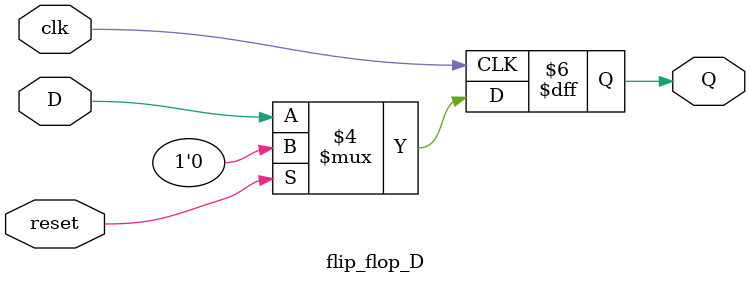
<source format=v>
module flip_flop_D(clk, D, reset, Q);
    input clk, D, reset;
    output reg Q;
    
    always @(posedge clk)
    begin
        if(reset==1'b1)
              Q <= 1'b0; 
        else 
              Q <= D; 
    end
endmodule
</source>
